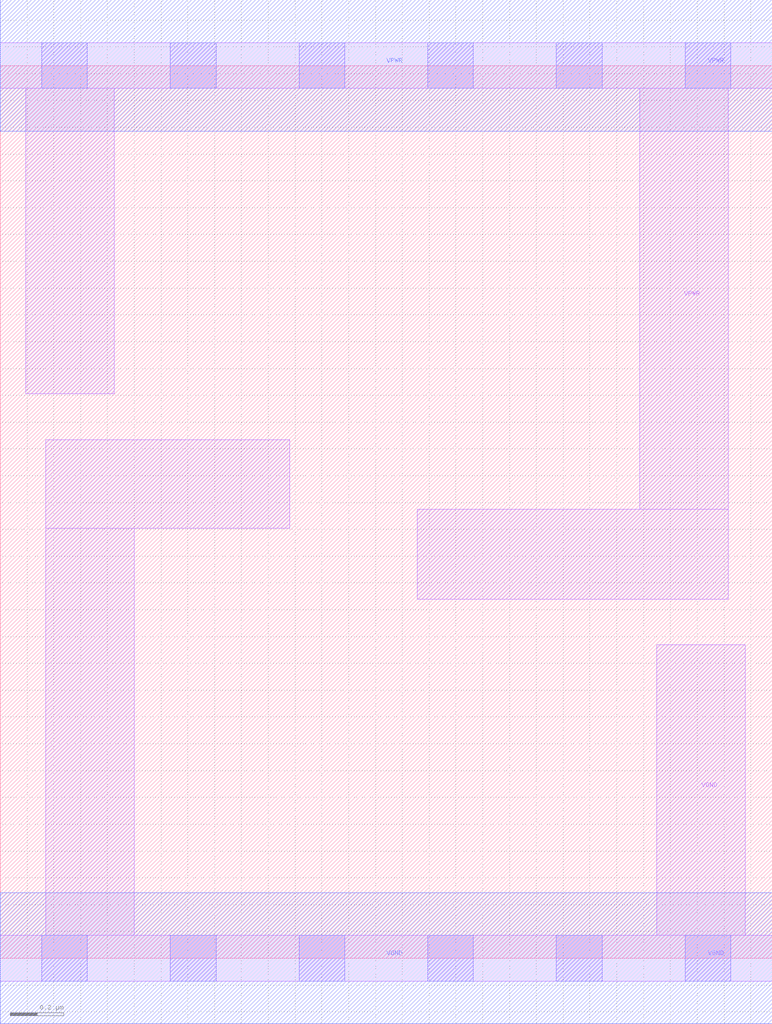
<source format=lef>
# Copyright 2020 The SkyWater PDK Authors
#
# Licensed under the Apache License, Version 2.0 (the "License");
# you may not use this file except in compliance with the License.
# You may obtain a copy of the License at
#
#     https://www.apache.org/licenses/LICENSE-2.0
#
# Unless required by applicable law or agreed to in writing, software
# distributed under the License is distributed on an "AS IS" BASIS,
# WITHOUT WARRANTIES OR CONDITIONS OF ANY KIND, either express or implied.
# See the License for the specific language governing permissions and
# limitations under the License.
#
# SPDX-License-Identifier: Apache-2.0

VERSION 5.7 ;
  NAMESCASESENSITIVE ON ;
  NOWIREEXTENSIONATPIN ON ;
  DIVIDERCHAR "/" ;
  BUSBITCHARS "[]" ;
UNITS
  DATABASE MICRONS 200 ;
END UNITS
MACRO sky130_fd_sc_lp__decap_6
  CLASS CORE SPACER ;
  SOURCE USER ;
  FOREIGN sky130_fd_sc_lp__decap_6 ;
  ORIGIN  0.000000  0.000000 ;
  SIZE  2.880000 BY  3.330000 ;
  SYMMETRY X Y R90 ;
  SITE unit ;
  PIN VGND
    DIRECTION INOUT ;
    USE GROUND ;
    PORT
      LAYER li1 ;
        RECT 0.000000 -0.085000 2.880000 0.085000 ;
        RECT 0.170000  0.085000 0.500000 1.605000 ;
        RECT 0.170000  1.605000 1.080000 1.935000 ;
        RECT 2.450000  0.085000 2.780000 1.170000 ;
      LAYER mcon ;
        RECT 0.155000 -0.085000 0.325000 0.085000 ;
        RECT 0.635000 -0.085000 0.805000 0.085000 ;
        RECT 1.115000 -0.085000 1.285000 0.085000 ;
        RECT 1.595000 -0.085000 1.765000 0.085000 ;
        RECT 2.075000 -0.085000 2.245000 0.085000 ;
        RECT 2.555000 -0.085000 2.725000 0.085000 ;
      LAYER met1 ;
        RECT 0.000000 -0.245000 2.880000 0.245000 ;
    END
  END VGND
  PIN VPWR
    DIRECTION INOUT ;
    USE POWER ;
    PORT
      LAYER li1 ;
        RECT 0.000000 3.245000 2.880000 3.415000 ;
        RECT 0.095000 2.105000 0.425000 3.245000 ;
        RECT 1.555000 1.340000 2.715000 1.675000 ;
        RECT 2.385000 1.675000 2.715000 3.245000 ;
      LAYER mcon ;
        RECT 0.155000 3.245000 0.325000 3.415000 ;
        RECT 0.635000 3.245000 0.805000 3.415000 ;
        RECT 1.115000 3.245000 1.285000 3.415000 ;
        RECT 1.595000 3.245000 1.765000 3.415000 ;
        RECT 2.075000 3.245000 2.245000 3.415000 ;
        RECT 2.555000 3.245000 2.725000 3.415000 ;
      LAYER met1 ;
        RECT 0.000000 3.085000 2.880000 3.575000 ;
    END
  END VPWR
END sky130_fd_sc_lp__decap_6

</source>
